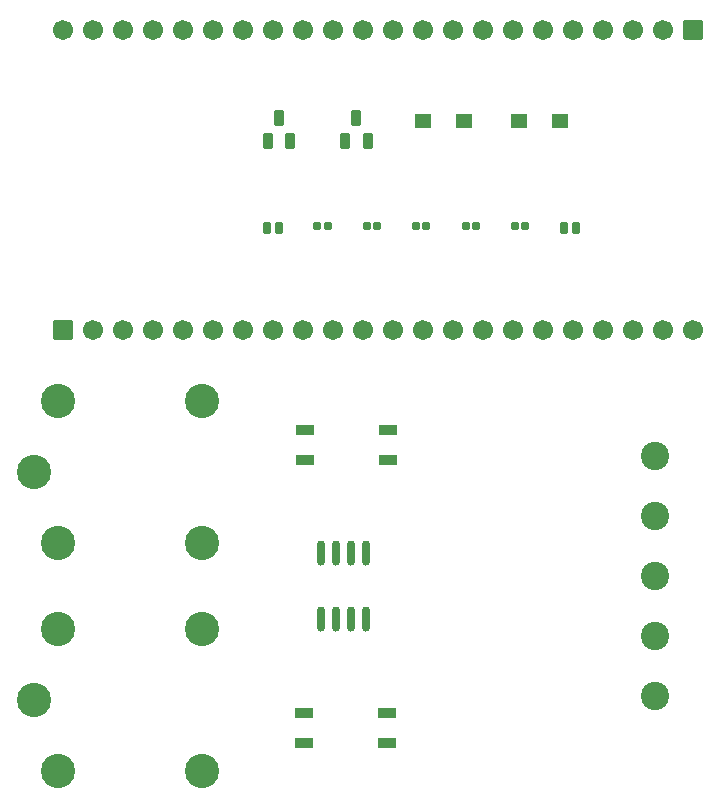
<source format=gts>
G04 Layer: TopSolderMaskLayer*
G04 EasyEDA v6.5.40, 2024-08-12 13:02:19*
G04 6ed52e104c50462789560134f86f8d0d,8913b61fcc3f40a88925c8db200aa785,10*
G04 Gerber Generator version 0.2*
G04 Scale: 100 percent, Rotated: No, Reflected: No *
G04 Dimensions in millimeters *
G04 leading zeros omitted , absolute positions ,4 integer and 5 decimal *
%FSLAX45Y45*%
%MOMM*%

%AMMACRO1*1,1,$1,$2,$3*1,1,$1,$4,$5*1,1,$1,0-$2,0-$3*1,1,$1,0-$4,0-$5*20,1,$1,$2,$3,$4,$5,0*20,1,$1,$4,$5,0-$2,0-$3,0*20,1,$1,0-$2,0-$3,0-$4,0-$5,0*20,1,$1,0-$4,0-$5,$2,$3,0*4,1,4,$2,$3,$4,$5,0-$2,0-$3,0-$4,0-$5,$2,$3,0*%
%ADD10C,2.4000*%
%ADD11MACRO1,0.2032X-0.25X0.4X0.25X0.4*%
%ADD12C,2.8956*%
%ADD13MACRO1,0.1016X0.35X0.625X0.35X-0.625*%
%ADD14MACRO1,0.1016X-0.2828X-0.27X-0.2828X0.27*%
%ADD15MACRO1,0.1016X0.2828X-0.27X0.2828X0.27*%
%ADD16O,0.68961X2.1466048*%
%ADD17MACRO1,0.1016X0.7501X-0.4X-0.7501X-0.4*%
%ADD18MACRO1,0.1016X-0.6X0.575X0.6X0.575*%
%ADD19MACRO1,0.1016X-0.8X0.8X0.8X0.8*%
%ADD20C,1.7016*%
%ADD21MACRO1,0.1016X0.8X-0.8X-0.8X-0.8*%

%LPD*%
D10*
G01*
X9118600Y1257300D03*
G01*
X9118600Y1765300D03*
G01*
X9118600Y2273300D03*
G01*
X9118600Y2781300D03*
G01*
X9118600Y3289300D03*
D11*
G01*
X5830108Y5219697D03*
G01*
X5930108Y5219697D03*
D12*
G01*
X5279999Y621258D03*
G01*
X3859987Y1221206D03*
G01*
X4059986Y1821205D03*
G01*
X4059986Y621207D03*
G01*
X5279999Y1821154D03*
G01*
X5279999Y2551658D03*
G01*
X3859987Y3151606D03*
G01*
X4059986Y3751605D03*
G01*
X4059986Y2551607D03*
G01*
X5279999Y3751554D03*
D13*
G01*
X5835903Y5951313D03*
G01*
X6025894Y5951313D03*
G01*
X5930898Y6151313D03*
G01*
X6491625Y5951313D03*
G01*
X6681616Y5951313D03*
G01*
X6586620Y6151313D03*
D14*
G01*
X6342863Y5229844D03*
D15*
G01*
X6256298Y5229844D03*
D14*
G01*
X6761775Y5229844D03*
D15*
G01*
X6675210Y5229844D03*
D14*
G01*
X7180677Y5229844D03*
D15*
G01*
X7094112Y5229844D03*
D14*
G01*
X7599572Y5229844D03*
D15*
G01*
X7513006Y5229844D03*
D14*
G01*
X8018489Y5229844D03*
D15*
G01*
X7931923Y5229844D03*
D11*
G01*
X8444701Y5219700D03*
G01*
X8344701Y5219700D03*
D16*
G01*
X6289725Y1909165D03*
G01*
X6416725Y1909165D03*
G01*
X6543725Y1909165D03*
G01*
X6670725Y1909165D03*
G01*
X6289725Y2463647D03*
G01*
X6416725Y2463647D03*
G01*
X6543725Y2463647D03*
G01*
X6670725Y2463647D03*
D17*
G01*
X6842922Y852898D03*
G01*
X6842922Y1106898D03*
G01*
X6142923Y1106898D03*
G01*
X6142923Y852898D03*
D18*
G01*
X7496722Y6118572D03*
G01*
X7149730Y6118572D03*
G01*
X8314195Y6118572D03*
G01*
X7967204Y6118572D03*
D17*
G01*
X6855622Y3253198D03*
G01*
X6855622Y3507198D03*
G01*
X6155623Y3507198D03*
G01*
X6155623Y3253198D03*
D19*
G01*
X4102087Y4356092D03*
D20*
G01*
X4356100Y4356100D03*
G01*
X4610100Y4356100D03*
G01*
X4864100Y4356100D03*
G01*
X5118100Y4356100D03*
G01*
X5372100Y4356100D03*
G01*
X5626100Y4356100D03*
G01*
X5880100Y4356100D03*
G01*
X6134100Y4356100D03*
G01*
X6388100Y4356100D03*
G01*
X6642100Y4356100D03*
G01*
X6896100Y4356100D03*
G01*
X7150100Y4356100D03*
G01*
X7404100Y4356100D03*
G01*
X7658100Y4356100D03*
G01*
X7912100Y4356100D03*
G01*
X8166100Y4356100D03*
G01*
X8420100Y4356100D03*
G01*
X8674100Y4356100D03*
G01*
X8928100Y4356100D03*
G01*
X9182100Y4356100D03*
G01*
X9436100Y4356100D03*
D21*
G01*
X9436100Y6896087D03*
D20*
G01*
X9182100Y6896100D03*
G01*
X8928100Y6896100D03*
G01*
X8674100Y6896100D03*
G01*
X8420100Y6896100D03*
G01*
X8166100Y6896100D03*
G01*
X7912100Y6896100D03*
G01*
X7658100Y6896100D03*
G01*
X7404100Y6896100D03*
G01*
X7150100Y6896100D03*
G01*
X6896100Y6896100D03*
G01*
X6642100Y6896100D03*
G01*
X6388100Y6896100D03*
G01*
X6134100Y6896100D03*
G01*
X5880100Y6896100D03*
G01*
X5626100Y6896100D03*
G01*
X5372100Y6896100D03*
G01*
X5118100Y6896100D03*
G01*
X4864100Y6896100D03*
G01*
X4610100Y6896100D03*
G01*
X4356100Y6896100D03*
G01*
X4102100Y6896100D03*
M02*

</source>
